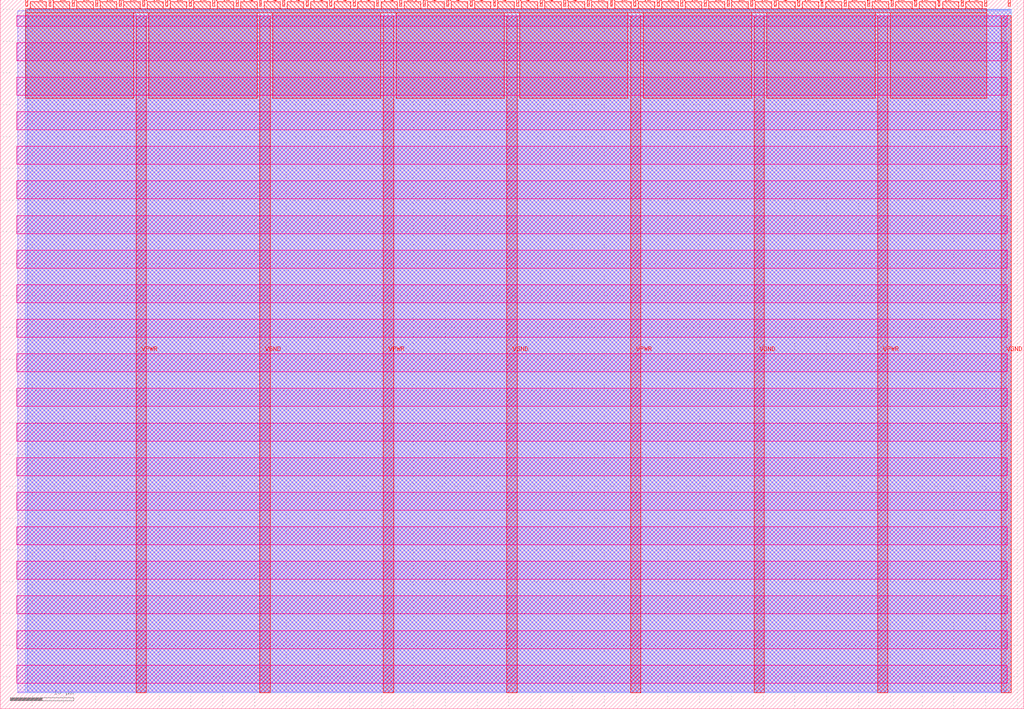
<source format=lef>
VERSION 5.7 ;
  NOWIREEXTENSIONATPIN ON ;
  DIVIDERCHAR "/" ;
  BUSBITCHARS "[]" ;
MACRO tt_um_andychip1_sn74169
  CLASS BLOCK ;
  FOREIGN tt_um_andychip1_sn74169 ;
  ORIGIN 0.000 0.000 ;
  SIZE 161.000 BY 111.520 ;
  PIN VGND
    DIRECTION INOUT ;
    USE GROUND ;
    PORT
      LAYER met4 ;
        RECT 40.830 2.480 42.430 109.040 ;
    END
    PORT
      LAYER met4 ;
        RECT 79.700 2.480 81.300 109.040 ;
    END
    PORT
      LAYER met4 ;
        RECT 118.570 2.480 120.170 109.040 ;
    END
    PORT
      LAYER met4 ;
        RECT 157.440 2.480 159.040 109.040 ;
    END
  END VGND
  PIN VPWR
    DIRECTION INOUT ;
    USE POWER ;
    PORT
      LAYER met4 ;
        RECT 21.395 2.480 22.995 109.040 ;
    END
    PORT
      LAYER met4 ;
        RECT 60.265 2.480 61.865 109.040 ;
    END
    PORT
      LAYER met4 ;
        RECT 99.135 2.480 100.735 109.040 ;
    END
    PORT
      LAYER met4 ;
        RECT 138.005 2.480 139.605 109.040 ;
    END
  END VPWR
  PIN clk
    DIRECTION INPUT ;
    USE SIGNAL ;
    ANTENNAGATEAREA 0.852000 ;
    PORT
      LAYER met4 ;
        RECT 154.870 110.520 155.170 111.520 ;
    END
  END clk
  PIN ena
    DIRECTION INPUT ;
    USE SIGNAL ;
    PORT
      LAYER met4 ;
        RECT 158.550 110.520 158.850 111.520 ;
    END
  END ena
  PIN rst_n
    DIRECTION INPUT ;
    USE SIGNAL ;
    PORT
      LAYER met4 ;
        RECT 151.190 110.520 151.490 111.520 ;
    END
  END rst_n
  PIN ui_in[0]
    DIRECTION INPUT ;
    USE SIGNAL ;
    ANTENNAGATEAREA 0.196500 ;
    PORT
      LAYER met4 ;
        RECT 147.510 110.520 147.810 111.520 ;
    END
  END ui_in[0]
  PIN ui_in[1]
    DIRECTION INPUT ;
    USE SIGNAL ;
    ANTENNAGATEAREA 0.196500 ;
    PORT
      LAYER met4 ;
        RECT 143.830 110.520 144.130 111.520 ;
    END
  END ui_in[1]
  PIN ui_in[2]
    DIRECTION INPUT ;
    USE SIGNAL ;
    ANTENNAGATEAREA 0.196500 ;
    PORT
      LAYER met4 ;
        RECT 140.150 110.520 140.450 111.520 ;
    END
  END ui_in[2]
  PIN ui_in[3]
    DIRECTION INPUT ;
    USE SIGNAL ;
    ANTENNAGATEAREA 0.196500 ;
    PORT
      LAYER met4 ;
        RECT 136.470 110.520 136.770 111.520 ;
    END
  END ui_in[3]
  PIN ui_in[4]
    DIRECTION INPUT ;
    USE SIGNAL ;
    ANTENNAGATEAREA 0.196500 ;
    PORT
      LAYER met4 ;
        RECT 132.790 110.520 133.090 111.520 ;
    END
  END ui_in[4]
  PIN ui_in[5]
    DIRECTION INPUT ;
    USE SIGNAL ;
    ANTENNAGATEAREA 0.196500 ;
    PORT
      LAYER met4 ;
        RECT 129.110 110.520 129.410 111.520 ;
    END
  END ui_in[5]
  PIN ui_in[6]
    DIRECTION INPUT ;
    USE SIGNAL ;
    ANTENNAGATEAREA 0.213000 ;
    PORT
      LAYER met4 ;
        RECT 125.430 110.520 125.730 111.520 ;
    END
  END ui_in[6]
  PIN ui_in[7]
    DIRECTION INPUT ;
    USE SIGNAL ;
    ANTENNAGATEAREA 0.213000 ;
    PORT
      LAYER met4 ;
        RECT 121.750 110.520 122.050 111.520 ;
    END
  END ui_in[7]
  PIN uio_in[0]
    DIRECTION INPUT ;
    USE SIGNAL ;
    PORT
      LAYER met4 ;
        RECT 118.070 110.520 118.370 111.520 ;
    END
  END uio_in[0]
  PIN uio_in[1]
    DIRECTION INPUT ;
    USE SIGNAL ;
    PORT
      LAYER met4 ;
        RECT 114.390 110.520 114.690 111.520 ;
    END
  END uio_in[1]
  PIN uio_in[2]
    DIRECTION INPUT ;
    USE SIGNAL ;
    PORT
      LAYER met4 ;
        RECT 110.710 110.520 111.010 111.520 ;
    END
  END uio_in[2]
  PIN uio_in[3]
    DIRECTION INPUT ;
    USE SIGNAL ;
    PORT
      LAYER met4 ;
        RECT 107.030 110.520 107.330 111.520 ;
    END
  END uio_in[3]
  PIN uio_in[4]
    DIRECTION INPUT ;
    USE SIGNAL ;
    PORT
      LAYER met4 ;
        RECT 103.350 110.520 103.650 111.520 ;
    END
  END uio_in[4]
  PIN uio_in[5]
    DIRECTION INPUT ;
    USE SIGNAL ;
    PORT
      LAYER met4 ;
        RECT 99.670 110.520 99.970 111.520 ;
    END
  END uio_in[5]
  PIN uio_in[6]
    DIRECTION INPUT ;
    USE SIGNAL ;
    PORT
      LAYER met4 ;
        RECT 95.990 110.520 96.290 111.520 ;
    END
  END uio_in[6]
  PIN uio_in[7]
    DIRECTION INPUT ;
    USE SIGNAL ;
    PORT
      LAYER met4 ;
        RECT 92.310 110.520 92.610 111.520 ;
    END
  END uio_in[7]
  PIN uio_oe[0]
    DIRECTION OUTPUT TRISTATE ;
    USE SIGNAL ;
    PORT
      LAYER met4 ;
        RECT 29.750 110.520 30.050 111.520 ;
    END
  END uio_oe[0]
  PIN uio_oe[1]
    DIRECTION OUTPUT TRISTATE ;
    USE SIGNAL ;
    PORT
      LAYER met4 ;
        RECT 26.070 110.520 26.370 111.520 ;
    END
  END uio_oe[1]
  PIN uio_oe[2]
    DIRECTION OUTPUT TRISTATE ;
    USE SIGNAL ;
    PORT
      LAYER met4 ;
        RECT 22.390 110.520 22.690 111.520 ;
    END
  END uio_oe[2]
  PIN uio_oe[3]
    DIRECTION OUTPUT TRISTATE ;
    USE SIGNAL ;
    PORT
      LAYER met4 ;
        RECT 18.710 110.520 19.010 111.520 ;
    END
  END uio_oe[3]
  PIN uio_oe[4]
    DIRECTION OUTPUT TRISTATE ;
    USE SIGNAL ;
    PORT
      LAYER met4 ;
        RECT 15.030 110.520 15.330 111.520 ;
    END
  END uio_oe[4]
  PIN uio_oe[5]
    DIRECTION OUTPUT TRISTATE ;
    USE SIGNAL ;
    PORT
      LAYER met4 ;
        RECT 11.350 110.520 11.650 111.520 ;
    END
  END uio_oe[5]
  PIN uio_oe[6]
    DIRECTION OUTPUT TRISTATE ;
    USE SIGNAL ;
    PORT
      LAYER met4 ;
        RECT 7.670 110.520 7.970 111.520 ;
    END
  END uio_oe[6]
  PIN uio_oe[7]
    DIRECTION OUTPUT TRISTATE ;
    USE SIGNAL ;
    PORT
      LAYER met4 ;
        RECT 3.990 110.520 4.290 111.520 ;
    END
  END uio_oe[7]
  PIN uio_out[0]
    DIRECTION OUTPUT TRISTATE ;
    USE SIGNAL ;
    PORT
      LAYER met4 ;
        RECT 59.190 110.520 59.490 111.520 ;
    END
  END uio_out[0]
  PIN uio_out[1]
    DIRECTION OUTPUT TRISTATE ;
    USE SIGNAL ;
    PORT
      LAYER met4 ;
        RECT 55.510 110.520 55.810 111.520 ;
    END
  END uio_out[1]
  PIN uio_out[2]
    DIRECTION OUTPUT TRISTATE ;
    USE SIGNAL ;
    PORT
      LAYER met4 ;
        RECT 51.830 110.520 52.130 111.520 ;
    END
  END uio_out[2]
  PIN uio_out[3]
    DIRECTION OUTPUT TRISTATE ;
    USE SIGNAL ;
    PORT
      LAYER met4 ;
        RECT 48.150 110.520 48.450 111.520 ;
    END
  END uio_out[3]
  PIN uio_out[4]
    DIRECTION OUTPUT TRISTATE ;
    USE SIGNAL ;
    PORT
      LAYER met4 ;
        RECT 44.470 110.520 44.770 111.520 ;
    END
  END uio_out[4]
  PIN uio_out[5]
    DIRECTION OUTPUT TRISTATE ;
    USE SIGNAL ;
    PORT
      LAYER met4 ;
        RECT 40.790 110.520 41.090 111.520 ;
    END
  END uio_out[5]
  PIN uio_out[6]
    DIRECTION OUTPUT TRISTATE ;
    USE SIGNAL ;
    PORT
      LAYER met4 ;
        RECT 37.110 110.520 37.410 111.520 ;
    END
  END uio_out[6]
  PIN uio_out[7]
    DIRECTION OUTPUT TRISTATE ;
    USE SIGNAL ;
    PORT
      LAYER met4 ;
        RECT 33.430 110.520 33.730 111.520 ;
    END
  END uio_out[7]
  PIN uo_out[0]
    DIRECTION OUTPUT TRISTATE ;
    USE SIGNAL ;
    ANTENNAGATEAREA 1.242000 ;
    ANTENNADIFFAREA 0.891000 ;
    PORT
      LAYER met4 ;
        RECT 88.630 110.520 88.930 111.520 ;
    END
  END uo_out[0]
  PIN uo_out[1]
    DIRECTION OUTPUT TRISTATE ;
    USE SIGNAL ;
    ANTENNAGATEAREA 1.242000 ;
    ANTENNADIFFAREA 0.891000 ;
    PORT
      LAYER met4 ;
        RECT 84.950 110.520 85.250 111.520 ;
    END
  END uo_out[1]
  PIN uo_out[2]
    DIRECTION OUTPUT TRISTATE ;
    USE SIGNAL ;
    ANTENNAGATEAREA 0.873000 ;
    ANTENNADIFFAREA 0.891000 ;
    PORT
      LAYER met4 ;
        RECT 81.270 110.520 81.570 111.520 ;
    END
  END uo_out[2]
  PIN uo_out[3]
    DIRECTION OUTPUT TRISTATE ;
    USE SIGNAL ;
    ANTENNAGATEAREA 0.621000 ;
    ANTENNADIFFAREA 0.891000 ;
    PORT
      LAYER met4 ;
        RECT 77.590 110.520 77.890 111.520 ;
    END
  END uo_out[3]
  PIN uo_out[4]
    DIRECTION OUTPUT TRISTATE ;
    USE SIGNAL ;
    ANTENNADIFFAREA 0.795200 ;
    PORT
      LAYER met4 ;
        RECT 73.910 110.520 74.210 111.520 ;
    END
  END uo_out[4]
  PIN uo_out[5]
    DIRECTION OUTPUT TRISTATE ;
    USE SIGNAL ;
    ANTENNADIFFAREA 0.445500 ;
    PORT
      LAYER met4 ;
        RECT 70.230 110.520 70.530 111.520 ;
    END
  END uo_out[5]
  PIN uo_out[6]
    DIRECTION OUTPUT TRISTATE ;
    USE SIGNAL ;
    PORT
      LAYER met4 ;
        RECT 66.550 110.520 66.850 111.520 ;
    END
  END uo_out[6]
  PIN uo_out[7]
    DIRECTION OUTPUT TRISTATE ;
    USE SIGNAL ;
    PORT
      LAYER met4 ;
        RECT 62.870 110.520 63.170 111.520 ;
    END
  END uo_out[7]
  OBS
      LAYER nwell ;
        RECT 2.570 107.385 158.430 108.990 ;
        RECT 2.570 101.945 158.430 104.775 ;
        RECT 2.570 96.505 158.430 99.335 ;
        RECT 2.570 91.065 158.430 93.895 ;
        RECT 2.570 85.625 158.430 88.455 ;
        RECT 2.570 80.185 158.430 83.015 ;
        RECT 2.570 74.745 158.430 77.575 ;
        RECT 2.570 69.305 158.430 72.135 ;
        RECT 2.570 63.865 158.430 66.695 ;
        RECT 2.570 58.425 158.430 61.255 ;
        RECT 2.570 52.985 158.430 55.815 ;
        RECT 2.570 47.545 158.430 50.375 ;
        RECT 2.570 42.105 158.430 44.935 ;
        RECT 2.570 36.665 158.430 39.495 ;
        RECT 2.570 31.225 158.430 34.055 ;
        RECT 2.570 25.785 158.430 28.615 ;
        RECT 2.570 20.345 158.430 23.175 ;
        RECT 2.570 14.905 158.430 17.735 ;
        RECT 2.570 9.465 158.430 12.295 ;
        RECT 2.570 4.025 158.430 6.855 ;
      LAYER li1 ;
        RECT 2.760 2.635 158.240 108.885 ;
      LAYER met1 ;
        RECT 2.760 2.480 159.040 109.780 ;
      LAYER met2 ;
        RECT 4.230 2.535 159.010 110.005 ;
      LAYER met3 ;
        RECT 3.950 2.555 159.030 109.985 ;
      LAYER met4 ;
        RECT 4.690 110.120 7.270 111.170 ;
        RECT 8.370 110.120 10.950 111.170 ;
        RECT 12.050 110.120 14.630 111.170 ;
        RECT 15.730 110.120 18.310 111.170 ;
        RECT 19.410 110.120 21.990 111.170 ;
        RECT 23.090 110.120 25.670 111.170 ;
        RECT 26.770 110.120 29.350 111.170 ;
        RECT 30.450 110.120 33.030 111.170 ;
        RECT 34.130 110.120 36.710 111.170 ;
        RECT 37.810 110.120 40.390 111.170 ;
        RECT 41.490 110.120 44.070 111.170 ;
        RECT 45.170 110.120 47.750 111.170 ;
        RECT 48.850 110.120 51.430 111.170 ;
        RECT 52.530 110.120 55.110 111.170 ;
        RECT 56.210 110.120 58.790 111.170 ;
        RECT 59.890 110.120 62.470 111.170 ;
        RECT 63.570 110.120 66.150 111.170 ;
        RECT 67.250 110.120 69.830 111.170 ;
        RECT 70.930 110.120 73.510 111.170 ;
        RECT 74.610 110.120 77.190 111.170 ;
        RECT 78.290 110.120 80.870 111.170 ;
        RECT 81.970 110.120 84.550 111.170 ;
        RECT 85.650 110.120 88.230 111.170 ;
        RECT 89.330 110.120 91.910 111.170 ;
        RECT 93.010 110.120 95.590 111.170 ;
        RECT 96.690 110.120 99.270 111.170 ;
        RECT 100.370 110.120 102.950 111.170 ;
        RECT 104.050 110.120 106.630 111.170 ;
        RECT 107.730 110.120 110.310 111.170 ;
        RECT 111.410 110.120 113.990 111.170 ;
        RECT 115.090 110.120 117.670 111.170 ;
        RECT 118.770 110.120 121.350 111.170 ;
        RECT 122.450 110.120 125.030 111.170 ;
        RECT 126.130 110.120 128.710 111.170 ;
        RECT 129.810 110.120 132.390 111.170 ;
        RECT 133.490 110.120 136.070 111.170 ;
        RECT 137.170 110.120 139.750 111.170 ;
        RECT 140.850 110.120 143.430 111.170 ;
        RECT 144.530 110.120 147.110 111.170 ;
        RECT 148.210 110.120 150.790 111.170 ;
        RECT 151.890 110.120 154.470 111.170 ;
        RECT 3.975 109.440 155.185 110.120 ;
        RECT 3.975 96.055 20.995 109.440 ;
        RECT 23.395 96.055 40.430 109.440 ;
        RECT 42.830 96.055 59.865 109.440 ;
        RECT 62.265 96.055 79.300 109.440 ;
        RECT 81.700 96.055 98.735 109.440 ;
        RECT 101.135 96.055 118.170 109.440 ;
        RECT 120.570 96.055 137.605 109.440 ;
        RECT 140.005 96.055 155.185 109.440 ;
  END
END tt_um_andychip1_sn74169
END LIBRARY


</source>
